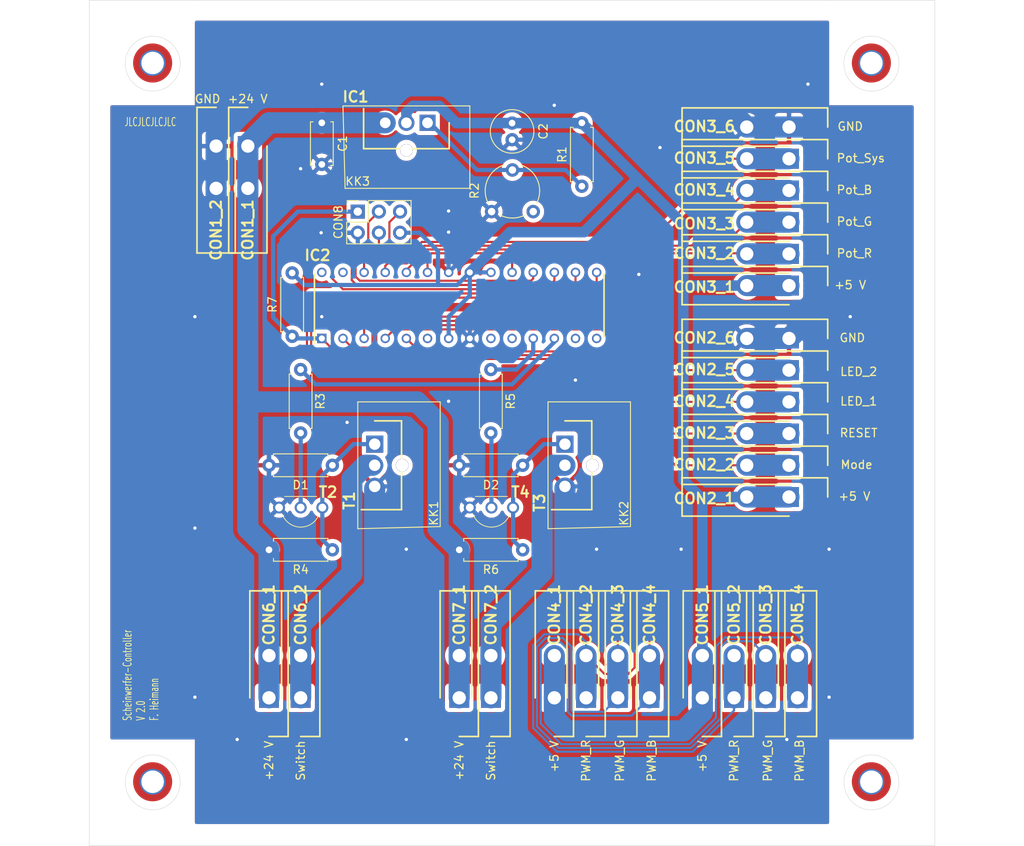
<source format=kicad_pcb>
(kicad_pcb (version 20211014) (generator pcbnew)
  (title_block (title "Scheinwerfer Dirk") (date "2021-10-29") (rev "V2.0") (company "Heimann, Florian"))
  (layers (0 "F.Cu" signal) (31 "B.Cu" signal) (34 "B.Paste" user) (35 "F.Paste" user) (36 "B.SilkS" user "B.Silkscreen") (37 "F.SilkS" user "F.Silkscreen") (38 "B.Mask" user) (39 "F.Mask" user) (44 "Edge.Cuts" user))
  (net 0 "")
  (net 1 "GND")
  (net 2 "+24V")
  (net 3 "+5V")
  (net 4 "/uC_MOSI")
  (net 5 "/uC_MISO")
  (net 6 "/uC_SCK")
  (net 7 "/uC_RESET")
  (net 8 "/SW_Mode")
  (net 9 "/LED_1")
  (net 10 "/LED_2")
  (net 11 "/Pot_R")
  (net 12 "/Pot_G")
  (net 13 "/Pot_B")
  (net 14 "/Pot_Sys")
  (net 15 "/PWM_R")
  (net 16 "/PWM_G")
  (net 17 "/PWM_B")
  (net 18 "Net-(CON6_2-Pad1)")
  (net 19 "Net-(CON7_2-Pad1)")
  (net 20 "Net-(D1-Pad1)")
  (net 21 "Net-(D2-Pad1)")
  (net 22 "Net-(IC1-Pad1)")
  (net 23 "Net-(IC2-Pad28)")
  (net 24 "Net-(IC2-Pad27)")
  (net 25 "Net-(IC2-Pad14)")
  (net 26 "Net-(IC2-Pad13)")
  (net 27 "/PWM_1")
  (net 28 "/PWM_2")
  (net 29 "Net-(IC2-Pad10)")
  (net 30 "Net-(IC2-Pad9)")
  (net 31 "Net-(IC2-Pad6)")
  (net 32 "Net-(R2-Pad1)")
  (net 33 "Net-(R3-Pad2)")
  (net 34 "Net-(R5-Pad2)")
  (footprint "Capacitor_THT:C_Disc_D5.0mm_W2.5mm_P5.00mm" (layer "F.Cu") (at 91.44 52.832 -90)
    (fp_text reference "C1")
    (fp_text value "0,1u")
  )
  (footprint "Capacitor_THT:C_Radial_D5.0mm_H11.0mm_P2.00mm" (layer "F.Cu") (at 114.3 52.864 -90)
    (fp_text reference "C2")
    (fp_text value "1u")
  )
  (footprint "SamacSys_Parts:SHDR2W100P508X381_2X1_460X1750X1420P" (layer "F.Cu") (at 82.55 55.626 180)
    (fp_text reference "CON1_1")
    (fp_text value "1704994" hide)
  )
  (footprint "SamacSys_Parts:SHDR2W100P508X381_2X1_460X1750X1420P" (layer "F.Cu") (at 78.74 55.626 180)
    (fp_text reference "CON1_2")
    (fp_text value "1704994" hide)
  )
  (footprint "SamacSys_Parts:SHDR2W100P508X381_2X1_460X1750X1420P" (layer "F.Cu") (at 147.574 97.79 90)
    (fp_text reference "CON2_1")
    (fp_text value "1704994" hide)
  )
  (footprint "SamacSys_Parts:SHDR2W100P508X381_2X1_460X1750X1420P" (layer "F.Cu") (at 147.574 93.98 90)
    (fp_text reference "CON2_2")
    (fp_text value "1704994" hide)
  )
  (footprint "SamacSys_Parts:SHDR2W100P508X381_2X1_460X1750X1420P" (layer "F.Cu") (at 147.574 90.17 90)
    (fp_text reference "CON2_3")
    (fp_text value "1704994" hide)
  )
  (footprint "SamacSys_Parts:SHDR2W100P508X381_2X1_460X1750X1420P" (layer "F.Cu") (at 147.574 86.36 90)
    (fp_text reference "CON2_4")
    (fp_text value "1704994" hide)
  )
  (footprint "SamacSys_Parts:SHDR2W100P508X381_2X1_460X1750X1420P" (layer "F.Cu") (at 147.574 82.55 90)
    (fp_text reference "CON2_5")
    (fp_text value "1704994" hide)
  )
  (footprint "SamacSys_Parts:SHDR2W100P508X381_2X1_460X1750X1420P" (layer "F.Cu") (at 147.574 78.74 90)
    (fp_text reference "CON2_6")
    (fp_text value "1704994" hide)
  )
  (footprint "SamacSys_Parts:SHDR2W100P508X381_2X1_460X1750X1420P" (layer "F.Cu") (at 147.574 72.39 90)
    (fp_text reference "CON3_1")
    (fp_text value "1704994" hide)
  )
  (footprint "SamacSys_Parts:SHDR2W100P508X381_2X1_460X1750X1420P" (layer "F.Cu") (at 147.574 68.58 90)
    (fp_text reference "CON3_2")
    (fp_text value "1704994" hide)
  )
  (footprint "SamacSys_Parts:SHDR2W100P508X381_2X1_460X1750X1420P" (layer "F.Cu") (at 147.574 64.77 90)
    (fp_text reference "CON3_3")
    (fp_text value "1704994" hide)
  )
  (footprint "SamacSys_Parts:SHDR2W100P508X381_2X1_460X1750X1420P" (layer "F.Cu") (at 147.574 60.96 90)
    (fp_text reference "CON3_4")
    (fp_text value "1704994" hide)
  )
  (footprint "SamacSys_Parts:SHDR2W100P508X381_2X1_460X1750X1420P" (layer "F.Cu") (at 147.574 57.15 90)
    (fp_text reference "CON3_5")
    (fp_text value "1704994" hide)
  )
  (footprint "SamacSys_Parts:SHDR2W100P508X381_2X1_460X1750X1420P" (layer "F.Cu") (at 147.574 53.34 90)
    (fp_text reference "CON3_6")
    (fp_text value "1704994" hide)
  )
  (footprint "SamacSys_Parts:SHDR2W100P508X381_2X1_460X1750X1420P" (layer "F.Cu") (at 119.38 121.92)
    (fp_text reference "CON4_1")
    (fp_text value "1704994" hide)
  )
  (footprint "SamacSys_Parts:SHDR2W100P508X381_2X1_460X1750X1420P" (layer "F.Cu") (at 123.19 121.92)
    (fp_text reference "CON4_2")
    (fp_text value "1704994" hide)
  )
  (footprint "SamacSys_Parts:SHDR2W100P508X381_2X1_460X1750X1420P" (layer "F.Cu") (at 127 121.92)
    (fp_text reference "CON4_3")
    (fp_text value "1704994" hide)
  )
  (footprint "SamacSys_Parts:SHDR2W100P508X381_2X1_460X1750X1420P" (layer "F.Cu") (at 130.81 121.92)
    (fp_text reference "CON4_4")
    (fp_text value "1704994" hide)
  )
  (footprint "SamacSys_Parts:SHDR2W100P508X381_2X1_460X1750X1420P" (layer "F.Cu") (at 137.16 121.92)
    (fp_text reference "CON5_1")
    (fp_text value "1704994" hide)
  )
  (footprint "SamacSys_Parts:SHDR2W100P508X381_2X1_460X1750X1420P" (layer "F.Cu") (at 140.97 121.92)
    (fp_text reference "CON5_2")
    (fp_text value "1704994" hide)
  )
  (footprint "SamacSys_Parts:SHDR2W100P508X381_2X1_460X1750X1420P" (layer "F.Cu") (at 144.78 121.92)
    (fp_text reference "CON5_3")
    (fp_text value "1704994" hide)
  )
  (footprint "SamacSys_Parts:SHDR2W100P508X381_2X1_460X1750X1420P" (layer "F.Cu") (at 148.59 121.92)
    (fp_text reference "CON5_4")
    (fp_text value "1704994" hide)
  )
  (footprint "SamacSys_Parts:SHDR2W100P508X381_2X1_460X1750X1420P" (layer "F.Cu") (at 85.09 121.92)
    (fp_text reference "CON6_1")
    (fp_text value "1704994" hide)
  )
  (footprint "SamacSys_Parts:SHDR2W100P508X381_2X1_460X1750X1420P" (layer "F.Cu") (at 88.9 121.92)
    (fp_text reference "CON6_2")
    (fp_text value "1704994" hide)
  )
  (footprint "SamacSys_Parts:SHDR2W100P508X381_2X1_460X1750X1420P" (layer "F.Cu") (at 107.95 121.92)
    (fp_text reference "CON7_1")
    (fp_text value "1704994" hide)
  )
  (footprint "SamacSys_Parts:SHDR2W100P508X381_2X1_460X1750X1420P" (layer "F.Cu") (at 111.76 121.92)
    (fp_text reference "CON7_2")
    (fp_text value "1704994" hide)
  )
  (footprint "Resistor_THT:R_Axial_DIN0207_L6.3mm_D2.5mm_P7.62mm_Horizontal" (layer "F.Cu") (at 92.71 93.98 180)
    (fp_text reference "D1")
    (fp_text value "D_Zener")
  )
  (footprint "Resistor_THT:R_Axial_DIN0207_L6.3mm_D2.5mm_P7.62mm_Horizontal" (layer "F.Cu") (at 115.57 93.98 180)
    (fp_text reference "D2")
    (fp_text value "D_Zener")
  )
  (footprint "SamacSys_Parts:TO254P482X997X2018-3P" (layer "F.Cu") (at 104.14 52.832 180)
    (fp_text reference "IC1")
    (fp_text value "LM317BTG" hide)
  )
  (footprint "SamacSys_Parts:DIP794W53P254L3467H457Q28N" (layer "F.Cu") (at 107.95 74.771 90)
    (fp_text reference "IC2")
    (fp_text value "ATMEGA328P-PU" hide)
  )
  (footprint "Heatsink_Own:Heatsink_TO-220_L10_B15_H19.75" (layer "F.Cu") (at 100.838 93.98 -90)
    (fp_text reference "KK1")
    (fp_text value "SK95-2M3")
  )
  (footprint "Heatsink_Own:Heatsink_TO-220_L10_B15_H19.75" (layer "F.Cu") (at 123.698 93.98 -90)
    (fp_text reference "KK2")
    (fp_text value "SK95-2M3")
  )
  (footprint "Heatsink_Own:Heatsink_TO-220_L10_B15_H19.75" (layer "F.Cu") (at 101.6 55.88 180)
    (fp_text reference "KK3")
    (fp_text value "SK95-2M3")
  )
  (footprint "Resistor_THT:R_Axial_DIN0207_L6.3mm_D2.5mm_P7.62mm_Horizontal" (layer "F.Cu") (at 122.682 60.452 90)
    (fp_text reference "R1")
    (fp_text value "240")
  )
  (footprint "Potentiometer_THT:Potentiometer_Piher_PT-6-V_Vertical" (layer "F.Cu") (at 116.84 63.5 90)
    (fp_text reference "R2")
    (fp_text value "3306F-1-504")
  )
  (footprint "Resistor_THT:R_Axial_DIN0207_L6.3mm_D2.5mm_P7.62mm_Horizontal" (layer "F.Cu") (at 88.89 82.476 -90)
    (fp_text reference "R3")
    (fp_text value "120")
  )
  (footprint "Resistor_THT:R_Axial_DIN0207_L6.3mm_D2.5mm_P7.62mm_Horizontal" (layer "F.Cu") (at 92.71 104.14 180)
    (fp_text reference "R4")
    (fp_text value "10k")
  )
  (footprint "Resistor_THT:R_Axial_DIN0207_L6.3mm_D2.5mm_P7.62mm_Horizontal" (layer "F.Cu") (at 111.75 82.476 -90)
    (fp_text reference "R5")
    (fp_text value "120")
  )
  (footprint "Resistor_THT:R_Axial_DIN0207_L6.3mm_D2.5mm_P7.62mm_Horizontal" (layer "F.Cu") (at 115.57 104.14 180)
    (fp_text reference "R6")
    (fp_text value "10k")
  )
  (footprint "Resistor_THT:R_Axial_DIN0207_L6.3mm_D2.5mm_P7.62mm_Horizontal" (layer "F.Cu") (at 87.874 78.486 90)
    (fp_text reference "R7")
    (fp_text value "4,7k")
  )
  (footprint "SamacSys_Parts:TO254P483X1016X2223-3P" (layer "F.Cu") (at 97.79 91.44 -90)
    (fp_text reference "T1")
    (fp_text value "IRFZ44N" hide)
  )
  (footprint "SamacSys_Parts:TO-92__TO-226_" (layer "F.Cu") (at 91.5 99.06)
    (fp_text reference "T2")
    (fp_text value "BC547ATA" hide)
  )
  (footprint "SamacSys_Parts:TO-92__TO-226_" (layer "F.Cu") (at 114.42 99.06)
    (fp_text reference "T4")
    (fp_text value "BC547ATA" hide)
  )
  (footprint "Connectors_Own:ISP_DW_Connector" (layer "F.Cu") (at 95.758 63.5 90)
    (fp_text reference "CON8")
    (fp_text value "ISP_DW_Connector")
  )
  (footprint "SamacSys_Parts:TO254P483X1016X2223-3P" (layer "F.Cu") (at 120.65 91.44 -90)
    (fp_text reference "T3")
    (fp_text value "IRFZ44N" hide)
  )
  (footprint "MountingHole:MountingHole_2.7mm_M2.5_DIN965_Pad_TopOnly" (layer "F.Cu") (at 71.11 45.646)
    (fp_text reference "REF**" hide)
    (fp_text value "MountingHole_2.7mm_M2.5_DIN965_Pad_TopOnly")
  )
  (footprint "MountingHole:MountingHole_2.7mm_M2.5_DIN965_Pad_TopOnly" (layer "F.Cu") (at 71.11 132.006)
    (fp_text reference "REF**" hide)
    (fp_text value "MountingHole_2.7mm_M2.5_DIN965_Pad_TopOnly")
  )
  (footprint "MountingHole:MountingHole_2.7mm_M2.5_DIN965_Pad_TopOnly" (layer "F.Cu") (at 157.47 132.006)
    (fp_text reference "REF**" hide)
    (fp_text value "MountingHole_2.7mm_M2.5_DIN965_Pad_TopOnly")
  )
  (footprint "MountingHole:MountingHole_2.7mm_M2.5_DIN965_Pad_TopOnly" (layer "F.Cu") (at 157.47 45.646)
    (fp_text reference "REF**" hide)
    (fp_text value "MountingHole_2.7mm_M2.5_DIN965_Pad_TopOnly")
  )
  (gr_line (start 165.1 38.1) (end 152.4 38.1) (layer "Edge.Cuts") (width 0.05))
  (gr_line (start 63.5 50.8) (end 63.5 38.1) (layer "Edge.Cuts") (width 0.05))
  (gr_circle (center 157.48 45.72) (end 157.226 42.418) (layer "Edge.Cuts") (width 0.05) (fill none))
  (gr_circle (center 71.12 45.72) (end 71.12 42.418) (layer "Edge.Cuts") (width 0.05) (fill none))
  (gr_line (start 63.5 139.7) (end 165.1 139.7) (layer "Edge.Cuts") (width 0.05))
  (gr_circle (center 71.12 132.08) (end 71.12 128.778) (layer "Edge.Cuts") (width 0.05) (fill none))
  (gr_line (start 63.5 38.1) (end 76.2 38.1) (layer "Edge.Cuts") (width 0.05))
  (gr_line (start 63.5 50.8) (end 63.5 80.01) (layer "Edge.Cuts") (width 0.05))
  (gr_line (start 63.5 80.01) (end 63.5 139.7) (layer "Edge.Cuts") (width 0.05))
  (gr_line (start 165.1 139.7) (end 165.1 38.1) (layer "Edge.Cuts") (width 0.05))
  (gr_line (start 76.2 38.1) (end 152.4 38.1) (layer "Edge.Cuts") (width 0.05))
  (gr_circle (center 157.48 132.08) (end 157.48 128.778) (layer "Edge.Cuts") (width 0.05) (fill none))
  (gr_text "GND" (at 155.184 78.666) (layer "F.SilkS") (effects (font (size 1 1))))
  (gr_text "LED_2" (at 155.946 82.73) (layer "F.SilkS") (effects (font (size 1 1))))
  (gr_text "Mode" (at 155.692 93.906) (layer "F.SilkS") (effects (font (size 1 1))))
  (gr_text "LED_1" (at 155.946 86.286) (layer "F.SilkS") (effects (font (size 1 1))))
  (gr_text "RESET" (at 155.946 90.096) (layer "F.SilkS") (effects (font (size 1 1))))
  (gr_text "+5 V" (at 155.438 97.716) (layer "F.SilkS") (effects (font (size 1 1))))
  (gr_text "PWM_B" (at 148.834 129.466 90) (layer "F.SilkS") (effects (font (size 1 1))))
  (gr_text "PWM_R" (at 140.96 129.466 90) (layer "F.SilkS") (effects (font (size 1 1))))
  (gr_text "PWM_G" (at 145.024 129.466 90) (layer "F.SilkS") (effects (font (size 1 1))))
  (gr_text "+5 V" (at 137.15 128.958 90) (layer "F.SilkS") (effects (font (size 1 1))))
  (gr_text "JLCJLCJLCJLC" (at 67.69 52.726) (layer "F.SilkS") (effects (font (size 1 0.6) (thickness 0.1)) (justify left)))
  (gr_text "Pot_Sys" (at 156.2 57.076) (layer "F.SilkS") (effects (font (size 1 1))))
  (gr_text "Pot_G" (at 155.438 64.696) (layer "F.SilkS") (effects (font (size 1 1))))
  (gr_text "+5 V" (at 154.93 72.316) (layer "F.SilkS") (effects (font (size 1 1))))
  (gr_text "Pot_R" (at 155.438 68.506) (layer "F.SilkS") (effects (font (size 1 1))))
  (gr_text "PWM_R" (at 123.18 129.466 90) (layer "F.SilkS") (effects (font (size 1 1))))
  (gr_text "+24 V" (at 107.94 129.466 90) (layer "F.SilkS") (effects (font (size 1 1))))
  (gr_text "+5 V" (at 119.37 128.958 90) (layer "F.SilkS") (effects (font (size 1 1))))
  (gr_text "PWM_G" (at 127.244 129.466 90) (layer "F.SilkS") (effects (font (size 1 1))))
  (gr_text "PWM_B" (at 131.054 129.466 90) (layer "F.SilkS") (effects (font (size 1 1))))
  (gr_text "GND" (at 154.93 53.266) (layer "F.SilkS") (effects (font (size 1 1))))
  (gr_text "Switch" (at 88.89 129.466 90) (layer "F.SilkS") (effects (font (size 1 1))))
  (gr_text "+24 V" (at 85.08 129.466 90) (layer "F.SilkS") (effects (font (size 1 1))))
  (gr_text "Switch" (at 111.75 129.466 90) (layer "F.SilkS") (effects (font (size 1 1))))
  (gr_text "Pot_B" (at 155.438 60.886) (layer "F.SilkS") (effects (font (size 1 1))))
  (gr_text "+24 V" (at 82.54 49.964) (layer "F.SilkS") (effects (font (size 1 1))))
  (gr_text "GND" (at 77.714 49.964) (layer "F.SilkS") (effects (font (size 1 1))))
  (gr_text "Scheinwerfer-Controller\nV 2.0\nF. Heimann" (at 69.69 124.726 90) (layer "F.SilkS") (effects (font (size 1 0.6) (thickness 0.1)) (justify left)))
  (via (at 81.27 126.926) (size 0.8) (drill 0.4) (layers "F.Cu" "B.Cu") (net 1))
  (via (at 106.67 63.426) (size 0.8) (drill 0.4) (layers "F.Cu" "B.Cu") (net 1))
  (via (at 132.07 55.806) (size 0.8) (drill 0.4) (layers "F.Cu" "B.Cu") (net 1))
  (via (at 76.19 101.526) (size 0.8) (drill 0.4) (layers "F.Cu" "B.Cu") (net 1))
  (via (at 152.39 104.066) (size 0.8) (drill 0.4) (layers "F.Cu" "B.Cu") (net 1))
  (via (at 76.19 121.846) (size 0.8) (drill 0.4) (layers "F.Cu" "B.Cu") (net 1))
  (via (at 121.91 83.746) (size 0.8) (drill 0.4) (layers "F.Cu" "B.Cu") (net 1))
  (via (at 91.43 48.186) (size 0.8) (drill 0.4) (layers "F.Cu" "B.Cu") (net 1))
  (via (at 152.39 121.846) (size 0.8) (drill 0.4) (layers "F.Cu" "B.Cu") (net 1))
  (via (at 129.53 71.046) (size 0.8) (drill 0.4) (layers "F.Cu" "B.Cu") (net 1))
  (via (at 154.93 76.126) (size 0.8) (drill 0.4) (layers "F.Cu" "B.Cu") (net 1))
  (via (at 91.356 66.04) (size 0.8) (drill 0.4) (layers "F.Cu" "B.Cu") (net 1))
  (via (at 94.478 88.826) (size 0.8) (drill 0.4) (layers "F.Cu" "B.Cu") (net 1))
  (via (at 106.67 65.966) (size 0.8) (drill 0.4) (layers "F.Cu" "B.Cu") (net 1))
  (via (at 124.45 104.066) (size 0.8) (drill 0.4) (layers "F.Cu" "B.Cu") (net 1))
  (via (at 106.67 86.286) (size 0.8) (drill 0.4) (layers "F.Cu" "B.Cu") (net 1))
  (via (at 88.89 58.346) (size 0.8) (drill 0.4) (layers "F.Cu" "B.Cu") (net 1))
  (via (at 101.59 104.066) (size 0.8) (drill 0.4) (layers "F.Cu" "B.Cu") (net 1))
  (via (at 76.19 76.126) (size 0.8) (drill 0.4) (layers "F.Cu" "B.Cu") (net 1))
  (via (at 149.85 48.186) (size 0.8) (drill 0.4) (layers "F.Cu" "B.Cu") (net 1))
  (via (at 101.59 126.926) (size 0.8) (drill 0.4) (layers "F.Cu" "B.Cu") (net 1))
  (via (at 91.43 76.126) (size 0.8) (drill 0.4) (layers "F.Cu" "B.Cu") (net 1))
  (via (at 119.37 50.726) (size 0.8) (drill 0.4) (layers "F.Cu" "B.Cu") (net 1))
  (via (at 134.61 104.066) (size 0.8) (drill 0.4) (layers "F.Cu" "B.Cu") (net 1))
  (via (at 147.31 126.926) (size 0.8) (drill 0.4) (layers "F.Cu" "B.Cu") (net 1))
  (segment (start 81.27 126.926) (end 101.59 126.926) (width 2.54) (layer "B.Cu") (net 1))
  (segment (start 101.59 126.926) (end 112.258 126.926) (width 2.54) (layer "B.Cu") (net 1))
  (segment (start 91.356 66.04) (end 87.8 66.04) (width 0.508) (layer "B.Cu") (net 1))
  (segment (start 94.478 88.318) (end 101.59 88.318) (width 0.508) (layer "B.Cu") (net 1))
  (segment (start 108.653501 79.306499) (end 109.22 78.74) (width 0.508) (layer "B.Cu") (net 1))
  (segment (start 150.284 53.34) (end 152.39 55.446) (width 2.54) (layer "B.Cu") (net 1))
  (segment (start 125.392 96.52) (end 120.65 96.52) (width 0.508) (layer "B.Cu") (net 1))
  (segment (start 107.516 80.444) (end 108.653501 79.306499) (width 0.508) (layer "B.Cu") (net 1))
  (segment (start 152.39 55.446) (end 152.39 73.924) (width 2.54) (layer "B.Cu") (net 1))
  (segment (start 110.48 88.318) (end 123.942 88.318) (width 0.508) (layer "B.Cu") (net 1))
  (segment (start 112.258 126.926) (end 114.798 124.386) (width 2.54) (layer "B.Cu") (net 1))
  (segment (start 101.59 88.318) (end 103.114 89.842) (width 0.508) (layer "B.Cu") (net 1))
  (segment (start 84.572 64.7) (end 84.572 77.142) (width 0.508) (layer "B.Cu") (net 1))
  (segment (start 114.3 54.864) (end 120.65 54.864) (width 0.508) (layer "B.Cu") (net 1))
  (segment (start 85.09 93.98) (end 85.09 97.85) (width 0.508) (layer "B.Cu") (net 1))
  (segment (start 107.95 97.79) (end 109.22 99.06) (width 0.508) (layer "B.Cu") (net 1))
  (segment (start 97.79 120.82) (end 97.79 108.12) (width 2.54) (layer "B.Cu") (net 1))
  (segment (start 78.74 55.626) (end 78.74 60.706) (width 2.54) (layer "B.Cu") (net 1))
  (segment (start 78.74 124.396) (end 81.27 126.926) (width 2.54) (layer "B.Cu") (net 1))
  (segment (start 114.798 114.48) (end 120.65 108.628) (width 2.54) (layer "B.Cu") (net 1))
  (segment (start 95.758 66.04) (end 91.356 66.04) (width 0.508) (layer "B.Cu") (net 1))
  (segment (start 120.65 54.864) (end 125.222 59.436) (width 0.508) (layer "B.Cu") (net 1))
  (segment (start 85.197998 47.932) (end 137.086 47.932) (width 2.54) (layer "B.Cu") (net 1))
  (segment (start 85.09 97.85) (end 86.3 99.06) (width 0.508) (layer "B.Cu") (net 1))
  (segment (start 120.65 108.628) (end 120.65 96.72001) (width 2.54) (layer "B.Cu") (net 1))
  (segment (start 84.572 77.142) (end 87.874 80.444) (width 0.508) (layer "B.Cu") (net 1))
  (segment (start 124.069 88.445) (end 126.736 91.112) (width 0.508) (layer "B.Cu") (net 1))
  (segment (start 85.09 90.848) (end 87.62 88.318) (width 0.508) (layer "B.Cu") (net 1))
  (segment (start 125.222 61.214) (end 123.698 62.738) (width 0.508) (layer "B.Cu") (net 1))
  (segment (start 85.09 93.98) (end 85.09 90.848) (width 0.508) (layer "B.Cu") (net 1))
  (segment (start 105.4 75.364) (end 105.4 79.682) (width 0.508) (layer "B.Cu") (net 1))
  (segment (start 114.798 124.386) (end 114.798 114.48) (width 2.54) (layer "B.Cu") (net 1))
  (segment (start 129.022 76.634) (end 129.022 83.492) (width 0.508) (layer "B.Cu") (net 1))
  (segment (start 142.494 53.34) (end 147.574 53.34) (width 2.54) (layer "B.Cu") (net 1))
  (segment (start 87.874 80.444) (end 106.162 80.444) (width 0.508) (layer "B.Cu") (net 1))
  (segment (start 106.67 68.67) (end 106.67 70.792) (width 0.508) (layer "B.Cu") (net 1))
  (segment (start 103.114 94.922) (end 101.516 96.52) (width 0.508) (layer "B.Cu") (net 1))
  (segment (start 87.986078 73.586) (end 103.622 73.586) (width 0.508) (layer "B.Cu") (net 1))
  (segment (start 86.296011 71.895933) (end 87.986078 73.586) (width 0.508) (layer "B.Cu") (net 1))
  (segment (start 107.95 93.98) (end 107.95 90.848) (width 0.508) (layer "B.Cu") (net 1))
  (segment (start 97.79 108.12) (end 97.79 96.755009) (width 2.54) (layer "B.Cu") (net 1))
  (segment (start 87.8 66.04) (end 86.296011 67.543989) (width 0.508) (layer "B.Cu") (net 1))
  (segment (start 106.67 70.792) (end 106.68 70.802) (width 0.508) (layer "B.Cu") (net 1))
  (segment (start 137.086 47.932) (end 142.494 53.34) (width 2.54) (layer "B.Cu") (net 1))
  (segment (start 109.22 78.74) (end 109.22 75.862) (width 0.508) (layer "B.Cu") (net 1))
  (segment (start 109.22 75.862) (end 110.48 74.602) (width 0.508) (layer "B.Cu") (net 1))
  (segment (start 105.4 79.682) (end 106.162 80.444) (width 0.508) (layer "B.Cu") (net 1))
  (segment (start 123.698 62.738) (end 120.82 62.738) (width 0.508) (layer "B.Cu") (net 1))
  (segment (start 110.48 74.602) (end 126.99 74.602) (width 0.508) (layer "B.Cu") (net 1))
  (segment (start 78.74 55.626) (end 78.74 54.389998) (width 2.54) (layer "B.Cu") (net 1))
  (segment (start 107.95 93.98) (end 107.95 97.79) (width 0.508) (layer "B.Cu") (net 1))
  (segment (start 129.022 83.492) (end 124.069 88.445) (width 0.508) (layer "B.Cu") (net 1))
  (segment (start 120.82 62.738) (end 119.042 60.96) (width 0.508) (layer "B.Cu") (net 1))
  (segment (start 87.62 88.318) (end 94.478 88.318) (width 0.508) (layer "B.Cu") (net 1))
  (segment (start 107.95 90.848) (end 110.48 88.318) (width 0.508) (layer "B.Cu") (net 1))
  (segment (start 86.296011 67.543989) (end 86.296011 71.895933) (width 0.508) (layer "B.Cu") (net 1))
  (segment (start 126.99 74.602) (end 129.022 76.634) (width 0.508) (layer "B.Cu") (net 1))
  (segment (start 147.574 78.74) (end 142.494 78.74) (width 2.54) (layer "B.Cu") (net 1))
  (segment (start 91.44 57.832) (end 106.172 57.832) (width 0.508) (layer "B.Cu") (net 1))
  (segment (start 106.172 57.832) (end 111.84 63.5) (width 0.508) (layer "B.Cu") (net 1))
  (segment (start 103.622 73.586) (end 105.4 75.364) (width 0.508) (layer "B.Cu") (net 1))
  (segment (start 78.74 60.706) (end 78.74 124.396) (width 2.54) (layer "B.Cu") (net 1))
  (segment (start 78.74 54.389998) (end 85.197998 47.932) (width 2.54) (layer "B.Cu") (net 1))
  (segment (start 125.222 59.436) (end 125.222 59.626) (width 0.254) (layer "B.Cu") (net 1))
  (segment (start 147.574 53.34) (end 150.284 53.34) (width 2.54) (layer "B.Cu") (net 1))
  (segment (start 103.114 89.842) (end 103.114 94.922) (width 0.508) (layer "B.Cu") (net 1))
  (segment (start 91.44 57.832) (end 84.572 64.7) (width 0.508) (layer "B.Cu") (net 1))
  (segment (start 152.39 73.924) (end 147.574 78.74) (width 2.54) (layer "B.Cu") (net 1))
  (segment (start 81.27 126.926) (end 81.27 126.926) (width 2.54) (layer "B.Cu") (net 1))
  (segment (start 106.162 80.444) (end 107.516 80.444) (width 0.508) (layer "B.Cu") (net 1))
  (segment (start 125.222 59.626) (end 125.222 61.214) (width 0.508) (layer "B.Cu") (net 1))
  (segment (start 114.38 60.96) (end 111.84 63.5) (width 0.508) (layer "B.Cu") (net 1))
  (segment (start 126.736 91.112) (end 126.736 95.176) (width 0.508) (layer "B.Cu") (net 1))
  (segment (start 111.84 63.5) (end 106.67 68.67) (width 0.508) (layer "B.Cu") (net 1))
  (segment (start 91.684 126.926) (end 97.79 120.82) (width 2.54) (layer "B.Cu") (net 1))
  (segment (start 126.736 95.176) (end 125.392 96.52) (width 0.508) (layer "B.Cu") (net 1))
  (segment (start 101.516 96.52) (end 97.79 96.52) (width 0.508) (layer "B.Cu") (net 1))
  (segment (start 119.042 60.96) (end 114.38 60.96) (width 0.508) (layer "B.Cu") (net 1))
  (segment (start 123.942 88.318) (end 124.069 88.445) (width 0.508) (layer "B.Cu") (net 1))
  (segment (start 107.95 121.92) (end 107.95 116.84) (width 2.54) (layer "B.Cu") (net 2))
  (segment (start 105.41 101.6) (end 105.41 88.9) (width 2.54) (layer "B.Cu") (net 2))
  (segment (start 107.95 116.84) (end 107.95 104.14) (width 2.54) (layer "B.Cu") (net 2))
  (segment (start 82.55 55.372) (end 85.09 52.832) (width 2.54) (layer "B.Cu") (net 2))
  (segment (start 105.41 88.9) (end 102.87 86.36) (width 2.54) (layer "B.Cu") (net 2))
  (segment (start 107.95 104.14) (end 105.41 101.6) (width 2.54) (layer "B.Cu") (net 2))
  (segment (start 91.44 52.832) (end 99.06 52.832) (width 2.54) (layer "B.Cu") (net 2))
  (segment (start 82.55 55.626) (end 82.55 60.706) (width 2.54) (layer "B.Cu") (net 2))
  (segment (start 82.55 86.36) (end 82.55 101.6) (width 2.54) (layer "B.Cu") (net 2))
  (segment (start 82.55 55.626) (end 82.55 55.372) (width 2.54) (layer "B.Cu") (net 2))
  (segment (start 102.87 86.36) (end 82.55 86.36) (width 2.54) (layer "B.Cu") (net 2))
  (segment (start 82.55 60.706) (end 82.55 86.36) (width 2.54) (layer "B.Cu") (net 2))
  (segment (start 82.55 101.6) (end 85.09 104.14) (width 2.54) (layer "B.Cu") (net 2))
  (segment (start 85.09 116.84) (end 85.09 104.14) (width 2.54) (layer "B.Cu") (net 2))
  (segment (start 85.09 52.832) (end 91.44 52.832) (width 2.54) (layer "B.Cu") (net 2))
  (segment (start 85.09 121.92) (end 85.09 116.84) (width 2.54) (layer "B.Cu") (net 2))
  (segment (start 114.056 65.966) (end 122.926 65.966) (width 1.27) (layer "B.Cu") (net 3))
  (segment (start 109.22 73.576) (end 106.68 76.116) (width 0.508) (layer "B.Cu") (net 3))
  (segment (start 107.610002 52.864) (end 114.3 52.864) (width 1.27) (layer "B.Cu") (net 3))
  (segment (start 109.22 70.802) (end 111.76 70.802) (width 0.508) (layer "B.Cu") (net 3))
  (segment (start 137.16 123.614) (end 134.883022 125.890978) (width 2.54) (layer "B.Cu") (net 3))
  (segment (start 107.706 72.316) (end 109.22 70.802) (width 0.508) (layer "B.Cu") (net 3))
  (segment (start 119.38 121.92) (end 119.38 116.84) (width 2.54) (layer "B.Cu") (net 3))
  (segment (start 122.926 65.966) (end 129.371 59.521) (width 1.27) (layer "B.Cu") (net 3))
  (segment (start 105.546002 50.8) (end 107.610002 52.864) (width 1.27) (layer "B.Cu") (net 3))
  (segment (start 134.883022 125.890978) (end 120.874977 125.890978) (width 2.54) (layer "B.Cu") (net 3))
  (segment (start 102.362 50.8) (end 105.546002 50.8) (width 1.27) (layer "B.Cu") (net 3))
  (segment (start 134.864 65.014) (end 134.864 72.38) (width 1.27) (layer "B.Cu") (net 3))
  (segment (start 114.3 52.864) (end 122.65 52.864) (width 1.27) (layer "B.Cu") (net 3))
  (segment (start 105.4 72.316) (end 107.706 72.316) (width 0.508) (layer "B.Cu") (net 3))
  (segment (start 101.6 52.832) (end 101.6 51.562) (width 1.27) (layer "B.Cu") (net 3))
  (segment (start 142.494 72.39) (end 147.574 72.39) (width 2.54) (layer "B.Cu") (net 3))
  (segment (start 109.22 70.802) (end 114.056 65.966) (width 1.27) (layer "B.Cu") (net 3))
  (segment (start 136.906 97.79) (end 142.494 97.79) (width 1.27) (layer "B.Cu") (net 3))
  (segment (start 109.22 70.802) (end 109.22 73.576) (width 0.508) (layer "B.Cu") (net 3))
  (segment (start 134.874 72.39) (end 142.494 72.39) (width 1.27) (layer "B.Cu") (net 3))
  (segment (start 106.68 76.116) (end 106.68 78.74) (width 0.508) (layer "B.Cu") (net 3))
  (segment (start 134.864 72.38) (end 134.874 72.39) (width 1.27) (layer "B.Cu") (net 3))
  (segment (start 89.324 72.316) (end 87.874 70.866) (width 0.508) (layer "B.Cu") (net 3))
  (segment (start 105.4 72.316) (end 89.324 72.316) (width 0.508) (layer "B.Cu") (net 3))
  (segment (start 101.6 51.562) (end 102.362 50.8) (width 1.27) (layer "B.Cu") (net 3))
  (segment (start 100.838 66.04) (end 103.188 66.04) (width 0.508) (layer "B.Cu") (net 3))
  (segment (start 105.4 68.252) (end 105.4 72.316) (width 0.508) (layer "B.Cu") (net 3))
  (segment (start 136.906 116.586) (end 137.16 116.84) (width 1.27) (layer "B.Cu") (net 3))
  (segment (start 137.16 121.92) (end 137.16 123.614) (width 2.54) (layer "B.Cu") (net 3))
  (segment (start 134.874 95.758) (end 136.906 97.79) (width 1.27) (layer "B.Cu") (net 3))
  (segment (start 137.16 121.92) (end 137.16 116.84) (width 2.54) (layer "B.Cu") (net 3))
  (segment (start 137.16 97.79) (end 137.16 108.966) (width 1.27) (layer "B.Cu") (net 3))
  (segment (start 134.874 72.39) (end 134.874 95.758) (width 1.27) (layer "B.Cu") (net 3))
  (segment (start 129.371 59.521) (end 134.864 65.014) (width 1.27) (layer "B.Cu") (net 3))
  (segment (start 122.682 52.832) (end 129.371 59.521) (width 1.27) (layer "B.Cu") (net 3))
  (segment (start 103.188 66.04) (end 105.4 68.252) (width 0.508) (layer "B.Cu") (net 3))
  (segment (start 120.874977 125.890978) (end 119.38 124.396001) (width 2.54) (layer "B.Cu") (net 3))
  (segment (start 122.65 52.864) (end 122.682 52.832) (width 1.27) (layer "B.Cu") (net 3))
  (segment (start 119.38 124.396001) (end 119.38 121.92) (width 2.54) (layer "B.Cu") (net 3))
  (segment (start 142.494 97.79) (end 147.574 97.79) (width 2.54) (layer "B.Cu") (net 3))
  (segment (start 137.16 108.966) (end 137.16 116.586) (width 1.27) (layer "B.Cu") (net 3))
  (segment (start 95.03999 71.742057) (end 95.613933 72.316) (width 0.254) (layer "F.Cu") (net 4))
  (segment (start 95.03999 69.21401) (end 95.03999 71.742057) (width 0.254) (layer "F.Cu") (net 4))
  (segment (start 95.89402 68.35998) (end 95.03999 69.21401) (width 0.254) (layer "F.Cu") (net 4))
  (segment (start 95.613933 72.316) (end 118.862 72.316) (width 0.254) (layer "F.Cu") (net 4))
  (segment (start 98.298 67.412967) (end 97.350987 68.35998) (width 0.254) (layer "F.Cu") (net 4))
  (segment (start 98.298 66.04) (end 98.298 67.412967) (width 0.254) (layer "F.Cu") (net 4))
  (segment (start 118.862 72.316) (end 119.38 71.798) (width 0.254) (layer "F.Cu") (net 4))
  (segment (start 119.38 71.798) (end 119.38 70.802) (width 0.254) (layer "F.Cu") (net 4))
  (segment (start 97.350987 68.35998) (end 95.89402 68.35998) (width 0.254) (layer "F.Cu") (net 4))
  (segment (start 96.002 71.808) (end 116.576 71.808) (width 0.254) (layer "F.Cu") (net 5))
  (segment (start 99.558 67.49) (end 98.23401 68.81399) (width 0.254) (layer "F.Cu") (net 5))
  (segment (start 100.838 63.5) (end 99.558 64.78) (width 0.254) (layer "F.Cu") (net 5))
  (segment (start 95.494001 71.300001) (end 96.002 71.808) (width 0.254) (layer "F.Cu") (net 5))
  (segment (start 98.23401 68.81399) (end 96.082078 68.81399) (width 0.254) (layer "F.Cu") (net 5))
  (segment (start 95.494001 69.402067) (end 95.494001 71.300001) (width 0.254) (layer "F.Cu") (net 5))
  (segment (start 116.576 71.808) (end 116.84 71.544) (width 0.254) (layer "F.Cu") (net 5))
  (segment (start 116.84 71.544) (end 116.84 70.802) (width 0.254) (layer "F.Cu") (net 5))
  (segment (start 96.082078 68.81399) (end 95.494001 69.402067) (width 0.254) (layer "F.Cu") (net 5))
  (segment (start 99.558 64.78) (end 99.558 67.49) (width 0.254) (layer "F.Cu") (net 5))
  (segment (start 114.798 69.014) (end 114.3 69.512) (width 0.254) (layer "F.Cu") (net 6))
  (segment (start 92.7 68.76) (end 92.7 71.554) (width 0.254) (layer "F.Cu") (net 6))
  (segment (start 120.64 69.522) (end 120.132 69.014) (width 0.254) (layer "F.Cu") (net 6))
  (segment (start 120.132 69.014) (end 114.798 69.014) (width 0.254) (layer "F.Cu") (net 6))
  (segment (start 96.60203 67.90597) (end 93.55403 67.90597) (width 0.254) (layer "F.Cu") (net 6))
  (segment (start 114.3 69.512) (end 114.3 70.802) (width 0.254) (layer "F.Cu") (net 6))
  (segment (start 98.298 63.5) (end 97.018 64.78) (width 0.254) (layer "F.Cu") (net 6))
  (segment (start 97.018 67.49) (end 96.60203 67.90597) (width 0.254) (layer "F.Cu") (net 6))
  (segment (start 120.132 72.824) (end 120.64 72.316) (width 0.254) (layer "F.Cu") (net 6))
  (segment (start 92.7 71.554) (end 93.97 72.824) (width 0.254) (layer "F.Cu") (net 6))
  (segment (start 93.97 72.824) (end 120.132 72.824) (width 0.254) (layer "F.Cu") (net 6))
  (segment (start 97.018 64.78) (end 97.018 67.49) (width 0.254) (layer "F.Cu") (net 6))
  (segment (start 120.64 72.316) (end 120.64 69.522) (width 0.254) (layer "F.Cu") (net 6))
  (segment (start 93.55403 67.90597) (end 92.7 68.76) (width 0.254) (layer "F.Cu") (net 6))
  (segment (start 97.552089 80.297978) (end 97.980009 79.870058) (width 0.254) (layer "F.Cu") (net 7))
  (segment (start 131.71802 83.154158) (end 131.71802 88.22002) (width 0.254) (layer "F.Cu") (net 7))
  (segment (start 91.44 78.74) (end 92.997978 80.297978) (width 0.254) (layer "F.Cu") (net 7))
  (segment (start 97.980009 79.870058) (end 97.98001 77.70399) (width 0.254) (layer "F.Cu") (net 7))
  (segment (start 125.705864 77.142) (end 131.71802 83.154158) (width 0.254) (layer "F.Cu") (net 7))
  (segment (start 133.668 90.17) (end 142.494 90.17) (width 0.254) (layer "F.Cu") (net 7))
  (segment (start 92.997978 80.297978) (end 97.552089 80.297978) (width 0.254) (layer "F.Cu") (net 7))
  (segment (start 98.542 77.142) (end 125.705864 77.142) (width 0.254) (layer "F.Cu") (net 7))
  (segment (start 131.71802 88.22002) (end 133.668 90.17) (width 0.254) (layer "F.Cu") (net 7))
  (segment (start 97.98001 77.70399) (end 98.542 77.142) (width 0.254) (layer "F.Cu") (net 7))
  (segment (start 87.874 78.486) (end 85.588 76.2) (width 0.508) (layer "B.Cu") (net 7))
  (segment (start 142.494 90.17) (end 147.574 90.17) (width 2.54) (layer "B.Cu") (net 7))
  (segment (start 85.588 76.2) (end 85.588 66.474) (width 0.508) (layer "B.Cu") (net 7))
  (segment (start 87.948 78.486) (end 88.202 78.74) (width 0.508) (layer "B.Cu") (net 7))
  (segment (start 87.874 78.486) (end 87.948 78.486) (width 0.508) (layer "B.Cu") (net 7))
  (segment (start 85.588 66.474) (end 88.562 63.5) (width 0.508) (layer "B.Cu") (net 7))
  (segment (start 88.562 63.5) (end 95.758 63.5) (width 0.508) (layer "B.Cu") (net 7))
  (segment (start 88.202 78.74) (end 91.44 78.74) (width 0.508) (layer "B.Cu") (net 7))
  (segment (start 100.15 77.65) (end 125.571796 77.65) (width 0.254) (layer "F.Cu") (net 8))
  (segment (start 125.571796 77.65) (end 131.26401 83.342215) (width 0.254) (layer "F.Cu") (net 8))
  (segment (start 133.922 93.98) (end 142.494 93.98) (width 0.254) (layer "F.Cu") (net 8))
  (segment (start 131.26401 91.32201) (end 133.922 93.98) (width 0.254) (layer "F.Cu") (net 8))
  (segment (start 131.26401 83.342215) (end 131.26401 91.32201) (width 0.254) (layer "F.Cu") (net 8))
  (segment (start 99.06 78.74) (end 100.15 77.65) (width 0.254) (layer "F.Cu") (net 8))
  (segment (start 142.494 93.98) (end 147.574 93.98) (width 2.54) (layer "B.Cu") (net 8))
  (segment (start 125.839932 76.634) (end 132.17203 82.966098) (width 0.254) (layer "F.Cu") (net 9))
  (segment (start 132.906 86.36) (end 142.494 86.36) (width 0.254) (layer "F.Cu") (net 9))
  (segment (start 132.17203 85.62603) (end 132.906 86.36) (width 0.254) (layer "F.Cu") (net 9))
  (segment (start 93.98 78.74) (end 95.083967 79.843967) (width 0.254) (layer "F.Cu") (net 9))
  (segment (start 97.364032 79.843967) (end 97.525999 79.682) (width 0.254) (layer "F.Cu") (net 9))
  (segment (start 98.288 76.634) (end 125.839932 76.634) (width 0.254) (layer "F.Cu") (net 9))
  (segment (start 95.083967 79.843967) (end 97.364032 79.843967) (width 0.254) (layer "F.Cu") (net 9))
  (segment (start 97.525999 79.682) (end 97.526 77.396) (width 0.254) (layer "F.Cu") (net 9))
  (segment (start 132.17203 82.966098) (end 132.17203 85.62603) (width 0.254) (layer "F.Cu") (net 9))
  (segment (start 97.526 77.396) (end 98.288 76.634) (width 0.254) (layer "F.Cu") (net 9))
  (segment (start 142.494 86.36) (end 147.574 86.36) (width 2.54) (layer "B.Cu") (net 9))
  (segment (start 125.974 76.126) (end 98.034 76.126) (width 0.254) (layer "F.Cu") (net 10))
  (segment (start 98.034 76.126) (end 96.52 77.64) (width 0.254) (layer "F.Cu") (net 10))
  (segment (start 96.52 77.64) (end 96.52 78.74) (width 0.254) (layer "F.Cu") (net 10))
  (segment (start 132.398 82.55) (end 125.974 76.126) (width 0.254) (layer "F.Cu") (net 10))
  (segment (start 142.494 82.55) (end 132.398 82.55) (width 0.254) (layer "F.Cu") (net 10))
  (segment (start 142.494 82.55) (end 147.574 82.55) (width 2.54) (layer "B.Cu") (net 10))
  (segment (start 104.638 68.506) (end 142.42 68.506) (width 0.254) (layer "F.Cu") (net 11))
  (segment (start 142.42 68.506) (end 142.494 68.58) (width 0.254) (layer "F.Cu") (net 11))
  (segment (start 104.14 70.802) (end 104.14 69.004) (width 0.254) (layer "F.Cu") (net 11))
  (segment (start 104.14 69.004) (end 104.638 68.506) (width 0.254) (layer "F.Cu") (net 11))
  (segment (start 147.574 68.58) (end 142.494 68.58) (width 2.54) (layer "B.Cu") (net 11))
  (segment (start 139.212012 68.051988) (end 141.294001 65.969999) (width 0.254) (layer "F.Cu") (net 12))
  (segment (start 141.294001 65.969999) (end 142.494 64.77) (width 0.254) (layer "F.Cu") (net 12))
  (segment (start 104.076012 68.051988) (end 139.212012 68.051988) (width 0.254) (layer "F.Cu") (net 12))
  (segment (start 101.6 70.802) (end 101.6 70.528) (width 0.254) (layer "F.Cu") (net 12))
  (segment (start 101.6 70.528) (end 104.076012 68.051988) (width 0.254) (layer "F.Cu") (net 12))
  (segment (start 147.574 64.77) (end 142.494 64.77) (width 2.54) (layer "B.Cu") (net 12))
  (segment (start 103.768022 67.597978) (end 101.643989 69.722011) (width 0.254) (layer "F.Cu") (net 13))
  (segment (start 99.357989 69.722011) (end 99.06 70.02) (width 0.254) (layer "F.Cu") (net 13))
  (segment (start 135.856022 67.597978) (end 103.768022 67.597978) (width 0.254) (layer "F.Cu") (net 13))
  (segment (start 99.06 70.02) (end 99.06 70.802) (width 0.254) (layer "F.Cu") (net 13))
  (segment (start 101.643989 69.722011) (end 99.357989 69.722011) (width 0.254) (layer "F.Cu") (net 13))
  (segment (start 142.494 60.96) (end 135.856022 67.597978) (width 0.254) (layer "F.Cu") (net 13))
  (segment (start 142.494 60.96) (end 147.574 60.96) (width 2.54) (layer "B.Cu") (net 13))
  (segment (start 101.336 69.268) (end 96.764 69.268) (width 0.254) (layer "F.Cu") (net 14))
  (segment (start 130.802976 67.143968) (end 103.460032 67.143968) (width 0.254) (layer "F.Cu") (net 14))
  (segment (start 142.494 57.15) (end 140.796944 57.15) (width 0.254) (layer "F.Cu") (net 14))
  (segment (start 140.796944 57.15) (end 130.802976 67.143968) (width 0.254) (layer "F.Cu") (net 14))
  (segment (start 103.460032 67.143968) (end 101.336 69.268) (width 0.254) (layer "F.Cu") (net 14))
  (segment (start 96.764 69.268) (end 96.51 69.522) (width 0.254) (layer "F.Cu") (net 14))
  (segment (start 96.51 70.792) (end 96.52 70.802) (width 0.254) (layer "F.Cu") (net 14))
  (segment (start 96.51 69.522) (end 96.51 70.792) (width 0.254) (layer "F.Cu") (net 14))
  (segment (start 147.574 57.15) (end 142.494 57.15) (width 2.54) (layer "B.Cu") (net 14))
  (segment (start 127.38965 80.75199) (end 130.355989 83.718329) (width 0.254) (layer "F.Cu") (net 15))
  (segment (start 130.355989 106.288011) (end 129.022 107.622) (width 0.254) (layer "F.Cu") (net 15))
  (segment (start 90.668 73.84) (end 90.16 74.348) (width 0.254) (layer "F.Cu") (net 15))
  (segment (start 90.721989 80.751989) (end 127.38965 80.75199) (width 0.254) (layer "F.Cu") (net 15))
  (segment (start 129.022 107.622) (end 129.022 118.29) (width 0.254) (layer "F.Cu") (net 15))
  (segment (start 90.16 74.348) (end 90.16 80.19) (width 0.254) (layer "F.Cu") (net 15))
  (segment (start 123.942 73.84) (end 90.668 73.84) (width 0.254) (layer "F.Cu") (net 15))
  (segment (start 130.355989 83.718329) (end 130.355989 106.288011) (width 0.254) (layer "F.Cu") (net 15))
  (segment (start 90.16 80.19) (end 90.721989 80.751989) (width 0.254) (layer "F.Cu") (net 15))
  (segment (start 128.26 119.052) (end 125.402 119.052) (width 0.254) (layer "F.Cu") (net 15))
  (segment (start 125.402 119.052) (end 124.389999 118.039999) (width 0.254) (layer "F.Cu") (net 15))
  (segment (start 124.46 70.802) (end 124.46 73.322) (width 0.254) (layer "F.Cu") (net 15))
  (segment (start 124.389999 118.039999) (end 123.19 116.84) (width 0.254) (layer "F.Cu") (net 15))
  (segment (start 124.46 73.322) (end 123.942 73.84) (width 0.254) (layer "F.Cu") (net 15))
  (segment (start 129.022 118.29) (end 128.26 119.052) (width 0.254) (layer "F.Cu") (net 15))
  (segment (start 136.008091 128.396011) (end 119.689943 128.396011) (width 0.254) (layer "B.Cu") (net 15))
  (segment (start 123.19 115.252) (end 123.19 116.84) (width 0.254) (layer "B.Cu") (net 15))
  (segment (start 116.83 125.536066) (end 116.83 115.615933) (width 0.254) (layer "B.Cu") (net 15))
  (segment (start 142.002497 122.581503) (end 142.002497 122.20757) (width 0.254) (layer "B.Cu") (net 15))
  (segment (start 116.83 115.615933) (end 118.165943 114.27999) (width 0.254) (layer "B.Cu") (net 15))
  (segment (start 119.689943 128.396011) (end 119.42399 128.130056) (width 0.254) (layer "B.Cu") (net 15))
  (segment (start 122.21799 114.27999) (end 123.19 115.252) (width 0.254) (layer "B.Cu") (net 15))
  (segment (start 119.42399 128.130056) (end 116.83 125.536066) (width 0.254) (layer "B.Cu") (net 15))
  (segment (start 140.97 121.92) (end 140.97 123.434102) (width 0.254) (layer "B.Cu") (net 15))
  (segment (start 118.165943 114.27999) (end 122.21799 114.27999) (width 0.254) (layer "B.Cu") (net 15))
  (segment (start 140.97 121.92) (end 140.97 116.84) (width 2.54) (layer "B.Cu") (net 15))
  (segment (start 123.19 116.84) (end 123.19 121.92) (width 2.54) (layer "B.Cu") (net 15))
  (segment (start 140.97 123.434102) (end 136.008091 128.396011) (width 0.254) (layer "B.Cu") (net 15))
  (segment (start 127 115.142944) (end 127 116.84) (width 0.254) (layer "F.Cu") (net 16))
  (segment (start 89.652 73.84) (end 89.652 80.444) (width 0.254) (layer "F.Cu") (net 16))
  (segment (start 127 108.628) (end 127 115.142944) (width 0.254) (layer "F.Cu") (net 16))
  (segment (start 90.16 73.332) (end 89.652 73.84) (width 0.254) (layer "F.Cu") (net 16))
  (segment (start 121.92 72.814) (end 121.402 73.332) (width 0.254) (layer "F.Cu") (net 16))
  (segment (start 121.402 73.332) (end 90.16 73.332) (width 0.254) (layer "F.Cu") (net 16))
  (segment (start 129.901978 83.906386) (end 129.901978 105.726022) (width 0.254) (layer "F.Cu") (net 16))
  (segment (start 121.92 70.802) (end 121.92 72.814) (width 0.254) (layer "F.Cu") (net 16))
  (segment (start 89.652 80.444) (end 90.414 81.206) (width 0.254) (layer "F.Cu") (net 16))
  (segment (start 90.414 81.206) (end 127.201592 81.206) (width 0.254) (layer "F.Cu") (net 16))
  (segment (start 127.201592 81.206) (end 129.901978 83.906386) (width 0.254) (layer "F.Cu") (net 16))
  (segment (start 129.901978 105.726022) (end 127 108.628) (width 0.254) (layer "F.Cu") (net 16))
  (segment (start 121.431021 115.779021) (end 120.386001 114.734001) (width 0.254) (layer "B.Cu") (net 16))
  (segment (start 118.354 114.734001) (end 117.284011 115.80399) (width 0.254) (layer "B.Cu") (net 16))
  (segment (start 143.05599 115.11599) (end 143.580001 115.640001) (width 0.254) (layer "B.Cu") (net 16))
  (segment (start 144.78 121.92) (end 144.78 116.84) (width 2.54) (layer "B.Cu") (net 16))
  (segment (start 135.820034 127.942) (end 139.37299 124.389044) (width 0.254) (layer "B.Cu") (net 16))
  (segment (start 117.284011 125.348009) (end 119.878001 127.942) (width 0.254) (layer "B.Cu") (net 16))
  (segment (start 139.37299 115.81301) (end 140.07001 115.11599) (width 0.254) (layer "B.Cu") (net 16))
  (segment (start 119.878001 127.942) (end 135.820034 127.942) (width 0.254) (layer "B.Cu") (net 16))
  (segment (start 139.37299 124.389044) (end 139.37299 115.81301) (width 0.254) (layer "B.Cu") (net 16))
  (segment (start 125.315022 123.604978) (end 121.634679 123.604978) (width 0.254) (layer "B.Cu") (net 16))
  (segment (start 120.386001 114.734001) (end 118.354 114.734001) (width 0.254) (layer "B.Cu") (net 16))
  (segment (start 143.580001 115.640001) (end 144.78 116.84) (width 0.254) (layer "B.Cu") (net 16))
  (segment (start 121.431021 123.40132) (end 121.431021 115.779021) (width 0.254) (layer "B.Cu") (net 16))
  (segment (start 127 121.92) (end 127 116.84) (width 2.54) (layer "B.Cu") (net 16))
  (segment (start 117.284011 115.80399) (end 117.284011 125.348009) (width 0.254) (layer "B.Cu") (net 16))
  (segment (start 121.634679 123.604978) (end 121.431021 123.40132) (width 0.254) (layer "B.Cu") (net 16))
  (segment (start 127 121.92) (end 125.315022 123.604978) (width 0.254) (layer "B.Cu") (net 16))
  (segment (start 140.07001 115.11599) (end 143.05599 115.11599) (width 0.254) (layer "B.Cu") (net 16))
  (segment (start 103.157979 80.297979) (end 127.577708 80.29798) (width 0.254) (layer "F.Cu") (net 17))
  (segment (start 127.577708 80.29798) (end 130.81 83.530272) (width 0.254) (layer "F.Cu") (net 17))
  (segment (start 130.81 116.84) (end 130.81 112.204) (width 0.254) (layer "F.Cu") (net 17))
  (segment (start 130.81 112.204) (end 130.8 112.194) (width 0.254) (layer "F.Cu") (net 17))
  (segment (start 130.81 83.530272) (end 130.81 94.29602) (width 0.254) (layer "F.Cu") (net 17))
  (segment (start 130.81 94.29602) (end 130.81 112.204) (width 0.254) (layer "F.Cu") (net 17))
  (segment (start 101.6 78.74) (end 103.157979 80.297979) (width 0.254) (layer "F.Cu") (net 17))
  (segment (start 135.631977 127.487989) (end 120.213475 127.487989) (width 0.254) (layer "B.Cu") (net 17))
  (segment (start 138.79198 121.72802) (end 138.79198 124.327986) (width 0.254) (layer "B.Cu") (net 17))
  (segment (start 147.74598 114.66198) (end 148.59 115.506) (width 0.254) (layer "B.Cu") (net 17))
  (segment (start 118.60701 115.24299) (end 120.13299 115.24299) (width 0.254) (layer "B.Cu") (net 17))
  (segment (start 120.97701 116.08701) (end 120.97701 123.589377) (width 0.254) (layer "B.Cu") (net 17))
  (segment (start 117.738022 116.111978) (end 118.60701 115.24299) (width 0.254) (layer "B.Cu") (net 17))
  (segment (start 120.13299 115.24299) (end 120.97701 116.08701) (width 0.254) (layer "B.Cu") (net 17))
  (segment (start 121.446622 124.058989) (end 128.671011 124.058989) (width 0.254) (layer "B.Cu") (net 17))
  (segment (start 148.59 115.506) (end 148.59 116.84) (width 0.254) (layer "B.Cu") (net 17))
  (segment (start 139.881953 114.66198) (end 144.860493 114.66198) (width 0.254) (layer "B.Cu") (net 17))
  (segment (start 117.738022 125.012534) (end 117.738022 116.111978) (width 0.254) (layer "B.Cu") (net 17))
  (segment (start 130.81 121.92) (end 130.81 116.84) (width 2.54) (layer "B.Cu") (net 17))
  (segment (start 128.671011 124.058989) (end 130.81 121.92) (width 0.254) (layer "B.Cu") (net 17))
  (segment (start 144.860493 114.66198) (end 147.74598 114.66198) (width 0.254) (layer "B.Cu") (net 17))
  (segment (start 138.79198 121.72802) (end 138.79198 115.751953) (width 0.254) (layer "B.Cu") (net 17))
  (segment (start 148.59 121.92) (end 148.59 116.84) (width 2.54) (layer "B.Cu") (net 17))
  (segment (start 138.79198 115.751953) (end 139.881953 114.66198) (width 0.254) (layer "B.Cu") (net 17))
  (segment (start 138.79198 121.72802) (end 138.75701 121.76299) (width 0.254) (layer "B.Cu") (net 17))
  (segment (start 120.97701 123.589377) (end 121.446622 124.058989) (width 0.254) (layer "B.Cu") (net 17))
  (segment (start 120.213475 127.487989) (end 117.738022 125.012534) (width 0.254) (layer "B.Cu") (net 17))
  (segment (start 138.79198 124.327986) (end 135.631977 127.487989) (width 0.254) (layer "B.Cu") (net 17))
  (segment (start 97.536 93.98) (end 96.690049 93.98) (width 2.54) (layer "B.Cu") (net 18))
  (segment (start 88.89 113.14504) (end 88.89 116.83) (width 2.54) (layer "B.Cu") (net 18))
  (segment (start 95.049989 106.985051) (end 88.89 113.14504) (width 2.54) (layer "B.Cu") (net 18))
  (segment (start 95.049989 95.62006) (end 95.049989 106.985051) (width 2.54) (layer "B.Cu") (net 18))
  (segment (start 96.690049 93.98) (end 95.049989 95.62006) (width 2.54) (layer "B.Cu") (net 18))
  (segment (start 88.89 116.83) (end 88.9 116.84) (width 2.54) (layer "B.Cu") (net 18))
  (segment (start 88.9 121.92) (end 88.9 116.84) (width 2.54) (layer "B.Cu") (net 18))
  (segment (start 111.76 121.92) (end 111.76 116.84) (width 2.54) (layer "B.Cu") (net 19))
  (segment (start 117.899989 95.2663) (end 117.899989 106.842932) (width 2.54) (layer "B.Cu") (net 19))
  (segment (start 119.186289 93.98) (end 117.899989 95.2663) (width 2.54) (layer "B.Cu") (net 19))
  (segment (start 111.759999 112.982922) (end 111.76 116.84) (width 2.54) (layer "B.Cu") (net 19))
  (segment (start 120.65 93.98) (end 119.186289 93.98) (width 2.54) (layer "B.Cu") (net 19))
  (segment (start 117.899989 106.842932) (end 111.759999 112.982922) (width 2.54) (layer "B.Cu") (net 19))
  (segment (start 95.25 91.44) (end 97.79 91.44) (width 0.508) (layer "B.Cu") (net 20))
  (segment (start 91.5 99.06) (end 91.5 102.93) (width 0.508) (layer "B.Cu") (net 20))
  (segment (start 91.5 102.93) (end 92.71 104.14) (width 0.508) (layer "B.Cu") (net 20))
  (segment (start 91.5 95.19) (end 92.71 93.98) (width 0.508) (layer "B.Cu") (net 20))
  (segment (start 91.5 99.06) (end 91.5 95.19) (width 0.508) (layer "B.Cu") (net 20))
  (segment (start 92.71 93.98) (end 95.25 91.44) (width 0.508) (layer "B.Cu") (net 20))
  (segment (start 114.42 95.13) (end 115.57 93.98) (width 0.508) (layer "B.Cu") (net 21))
  (segment (start 114.42 99.06) (end 114.42 95.13) (width 0.508) (layer "B.Cu") (net 21))
  (segment (start 114.42 99.06) (end 114.42 102.99) (width 0.508) (layer "B.Cu") (net 21))
  (segment (start 114.42 102.99) (end 115.57 104.14) (width 0.508) (layer "B.Cu") (net 21))
  (segment (start 115.57 93.98) (end 118.11 91.44) (width 0.508) (layer "B.Cu") (net 21))
  (segment (start 118.11 91.44) (end 120.65 91.44) (width 0.508) (layer "B.Cu") (net 21))
  (segment (start 104.404 52.832) (end 110.072 58.5) (width 0.508) (layer "B.Cu") (net 22))
  (segment (start 114.34 58.5) (end 120.73 58.5) (width 0.508) (layer "B.Cu") (net 22))
  (segment (start 110.072 58.5) (end 114.34 58.5) (width 0.508) (layer "B.Cu") (net 22))
  (segment (start 104.14 52.832) (end 104.404 52.832) (width 0.508) (layer "B.Cu") (net 22))
  (segment (start 120.73 58.5) (end 122.682 60.452) (width 0.508) (layer "B.Cu") (net 22))
  (segment (start 114.29 84.254) (end 90.668 84.254) (width 0.508) (layer "B.Cu") (net 27))
  (segment (start 90.668 84.254) (end 88.89 82.476) (width 0.508) (layer "B.Cu") (net 27))
  (segment (start 119.38 78.74) (end 119.38 79.164) (width 0.508) (layer "B.Cu") (net 27))
  (segment (start 119.38 79.164) (end 114.29 84.254) (width 0.508) (layer "B.Cu") (net 27))
  (segment (start 111.75 82.476) (end 114.798 82.476) (width 0.508) (layer "B.Cu") (net 28))
  (segment (start 114.798 82.476) (end 116.84 80.434) (width 0.508) (layer "B.Cu") (net 28))
  (segment (start 116.84 80.434) (end 116.84 78.74) (width 0.508) (layer "B.Cu") (net 28))
  (segment (start 88.9 90.106) (end 88.89 90.096) (width 0.508) (layer "B.Cu") (net 33))
  (segment (start 88.9 99.06) (end 88.9 90.106) (width 0.508) (layer "B.Cu") (net 33))
  (segment (start 111.82 99.06) (end 111.82 90.166) (width 0.508) (layer "B.Cu") (net 34))
  (segment (start 111.82 90.166) (end 111.75 90.096) (width 0.508) (layer "B.Cu") (net 34))
  (segment (start 111.75 98.99) (end 111.82 99.06) (width 0.508) (layer "B.Cu") (net 34))
  (zone (net 1) (net_name "GND") (layer "F.Cu") (connect_pads (clearance 0.508)) (min_thickness 0.381) (fill yes (thermal_gap 0.508) (thermal_bridge_width 0.508))
    (polygon (pts (xy 162.55 137.086) (xy 66.03 137.086) (xy 66.03 40.566) (xy 162.55 40.566)))
  )
  (zone (net 0) (net_name "") (layers F&B.Cu) (connect_pads (clearance 0)) (min_thickness 0.381)
    (keepout (tracks not_allowed) (vias not_allowed) (pads allowed) (copperpour not_allowed) (footprints allowed))
    (fill (thermal_gap 0.508) (thermal_bridge_width 0.508))
    (polygon (pts (xy 76.19 50.726) (xy 66.03 50.726) (xy 66.03 40.566) (xy 76.19 40.566)))
  )
  (zone (net 0) (net_name "") (layers F&B.Cu) (connect_pads (clearance 0)) (min_thickness 0.381)
    (keepout (tracks not_allowed) (vias not_allowed) (pads allowed) (copperpour not_allowed) (footprints allowed))
    (fill (thermal_gap 0.508) (thermal_bridge_width 0.508))
    (polygon (pts (xy 162.55 50.726) (xy 152.39 50.726) (xy 152.39 40.566) (xy 162.55 40.566)))
  )
  (zone (net 0) (net_name "") (layers F&B.Cu) (connect_pads (clearance 0)) (min_thickness 0.381)
    (keepout (tracks not_allowed) (vias not_allowed) (pads allowed) (copperpour not_allowed) (footprints allowed))
    (fill (thermal_gap 0.508) (thermal_bridge_width 0.508))
    (polygon (pts (xy 162.55 137.086) (xy 152.39 137.086) (xy 152.39 126.926) (xy 162.55 126.926)))
  )
  (zone (net 0) (net_name "") (layers F&B.Cu) (connect_pads (clearance 0)) (min_thickness 0.381)
    (keepout (tracks not_allowed) (vias not_allowed) (pads allowed) (copperpour not_allowed) (footprints allowed))
    (fill (thermal_gap 0.508) (thermal_bridge_width 0.508))
    (polygon (pts (xy 76.19 137.086) (xy 66.03 137.086) (xy 66.03 126.926) (xy 76.19 126.926)))
  )
  (zone (net 1) (net_name "GND") (layer "B.Cu") (connect_pads (clearance 0.508)) (min_thickness 0.381) (fill yes (thermal_gap 0.508) (thermal_bridge_width 0.508))
    (polygon (pts (xy 162.55 137.086) (xy 66.03 137.086) (xy 66.03 40.566) (xy 162.55 40.566)))
  )
)
</source>
